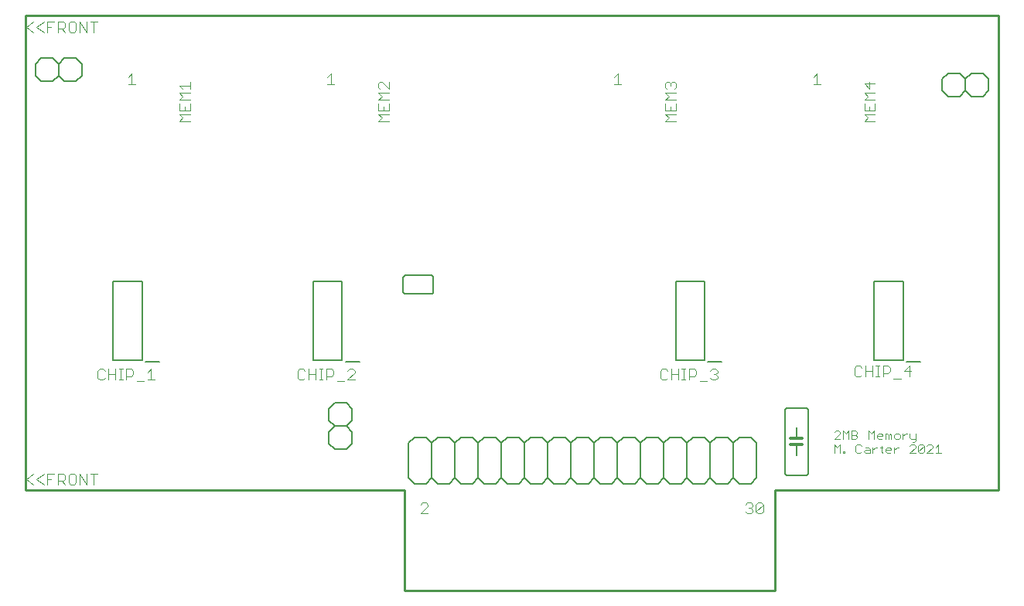
<source format=gto>
G75*
%MOIN*%
%OFA0B0*%
%FSLAX25Y25*%
%IPPOS*%
%LPD*%
%AMOC8*
5,1,8,0,0,1.08239X$1,22.5*
%
%ADD10C,0.01000*%
%ADD11C,0.00300*%
%ADD12C,0.01200*%
%ADD13C,0.00600*%
%ADD14C,0.00787*%
%ADD15C,0.00400*%
D10*
X0003000Y0050276D02*
X0003000Y0255000D01*
X0422291Y0255000D01*
X0422291Y0050276D01*
X0325835Y0050276D01*
X0325835Y0006969D01*
X0166386Y0006969D01*
X0166386Y0050276D01*
X0003000Y0050276D01*
D11*
X0351575Y0066174D02*
X0351575Y0069877D01*
X0352810Y0068642D01*
X0354044Y0069877D01*
X0354044Y0066174D01*
X0355258Y0066174D02*
X0355876Y0066174D01*
X0355876Y0066791D01*
X0355258Y0066791D01*
X0355258Y0066174D01*
X0360783Y0066791D02*
X0361400Y0066174D01*
X0362635Y0066174D01*
X0363252Y0066791D01*
X0364466Y0066791D02*
X0365083Y0067408D01*
X0366935Y0067408D01*
X0366935Y0068025D02*
X0366935Y0066174D01*
X0365083Y0066174D01*
X0364466Y0066791D01*
X0365083Y0068642D02*
X0366318Y0068642D01*
X0366935Y0068025D01*
X0368149Y0067408D02*
X0369384Y0068642D01*
X0370001Y0068642D01*
X0371219Y0068642D02*
X0372453Y0068642D01*
X0371836Y0069260D02*
X0371836Y0066791D01*
X0372453Y0066174D01*
X0373674Y0066791D02*
X0373674Y0068025D01*
X0374291Y0068642D01*
X0375526Y0068642D01*
X0376143Y0068025D01*
X0376143Y0067408D01*
X0373674Y0067408D01*
X0373674Y0066791D02*
X0374291Y0066174D01*
X0375526Y0066174D01*
X0377357Y0066174D02*
X0377357Y0068642D01*
X0377357Y0067408D02*
X0378592Y0068642D01*
X0379209Y0068642D01*
X0379209Y0072174D02*
X0377974Y0072174D01*
X0377357Y0072791D01*
X0377357Y0074025D01*
X0377974Y0074642D01*
X0379209Y0074642D01*
X0379826Y0074025D01*
X0379826Y0072791D01*
X0379209Y0072174D01*
X0381040Y0072174D02*
X0381040Y0074642D01*
X0381040Y0073408D02*
X0382275Y0074642D01*
X0382892Y0074642D01*
X0384110Y0074642D02*
X0384110Y0072791D01*
X0384727Y0072174D01*
X0386578Y0072174D01*
X0386578Y0071556D02*
X0385961Y0070939D01*
X0385344Y0070939D01*
X0384727Y0069877D02*
X0384110Y0069260D01*
X0384727Y0069877D02*
X0385961Y0069877D01*
X0386578Y0069260D01*
X0386578Y0068642D01*
X0384110Y0066174D01*
X0386578Y0066174D01*
X0387793Y0066791D02*
X0390262Y0069260D01*
X0390262Y0066791D01*
X0389644Y0066174D01*
X0388410Y0066174D01*
X0387793Y0066791D01*
X0387793Y0069260D01*
X0388410Y0069877D01*
X0389644Y0069877D01*
X0390262Y0069260D01*
X0391476Y0069260D02*
X0392093Y0069877D01*
X0393327Y0069877D01*
X0393945Y0069260D01*
X0393945Y0068642D01*
X0391476Y0066174D01*
X0393945Y0066174D01*
X0395159Y0066174D02*
X0397628Y0066174D01*
X0396393Y0066174D02*
X0396393Y0069877D01*
X0395159Y0068642D01*
X0386578Y0071556D02*
X0386578Y0074642D01*
X0376143Y0074025D02*
X0376143Y0072174D01*
X0374908Y0072174D02*
X0374908Y0074025D01*
X0375526Y0074642D01*
X0376143Y0074025D01*
X0374908Y0074025D02*
X0374291Y0074642D01*
X0373674Y0074642D01*
X0373674Y0072174D01*
X0372460Y0073408D02*
X0369991Y0073408D01*
X0369991Y0072791D02*
X0369991Y0074025D01*
X0370608Y0074642D01*
X0371842Y0074642D01*
X0372460Y0074025D01*
X0372460Y0073408D01*
X0371842Y0072174D02*
X0370608Y0072174D01*
X0369991Y0072791D01*
X0368777Y0072174D02*
X0368777Y0075877D01*
X0367542Y0074642D01*
X0366308Y0075877D01*
X0366308Y0072174D01*
X0368149Y0068642D02*
X0368149Y0066174D01*
X0363252Y0069260D02*
X0362635Y0069877D01*
X0361400Y0069877D01*
X0360783Y0069260D01*
X0360783Y0066791D01*
X0360793Y0072174D02*
X0358941Y0072174D01*
X0358941Y0075877D01*
X0360793Y0075877D01*
X0361410Y0075260D01*
X0361410Y0074642D01*
X0360793Y0074025D01*
X0358941Y0074025D01*
X0360793Y0074025D02*
X0361410Y0073408D01*
X0361410Y0072791D01*
X0360793Y0072174D01*
X0357727Y0072174D02*
X0357727Y0075877D01*
X0356493Y0074642D01*
X0355258Y0075877D01*
X0355258Y0072174D01*
X0354044Y0072174D02*
X0351575Y0072174D01*
X0354044Y0074642D01*
X0354044Y0075260D01*
X0353427Y0075877D01*
X0352192Y0075877D01*
X0351575Y0075260D01*
D12*
X0337823Y0072420D02*
X0335323Y0072420D01*
X0332823Y0072420D01*
X0332823Y0069920D02*
X0335323Y0069920D01*
X0337823Y0069920D01*
D13*
X0335323Y0069920D02*
X0335323Y0065220D01*
X0335323Y0072420D02*
X0335323Y0077220D01*
X0340323Y0084720D02*
X0340321Y0084780D01*
X0340316Y0084841D01*
X0340307Y0084900D01*
X0340294Y0084959D01*
X0340278Y0085018D01*
X0340258Y0085075D01*
X0340235Y0085130D01*
X0340208Y0085185D01*
X0340179Y0085237D01*
X0340146Y0085288D01*
X0340110Y0085337D01*
X0340072Y0085383D01*
X0340030Y0085427D01*
X0339986Y0085469D01*
X0339940Y0085507D01*
X0339891Y0085543D01*
X0339840Y0085576D01*
X0339788Y0085605D01*
X0339733Y0085632D01*
X0339678Y0085655D01*
X0339621Y0085675D01*
X0339562Y0085691D01*
X0339503Y0085704D01*
X0339444Y0085713D01*
X0339383Y0085718D01*
X0339323Y0085720D01*
X0331323Y0085720D01*
X0331263Y0085718D01*
X0331202Y0085713D01*
X0331143Y0085704D01*
X0331084Y0085691D01*
X0331025Y0085675D01*
X0330968Y0085655D01*
X0330913Y0085632D01*
X0330858Y0085605D01*
X0330806Y0085576D01*
X0330755Y0085543D01*
X0330706Y0085507D01*
X0330660Y0085469D01*
X0330616Y0085427D01*
X0330574Y0085383D01*
X0330536Y0085337D01*
X0330500Y0085288D01*
X0330467Y0085237D01*
X0330438Y0085185D01*
X0330411Y0085130D01*
X0330388Y0085075D01*
X0330368Y0085018D01*
X0330352Y0084959D01*
X0330339Y0084900D01*
X0330330Y0084841D01*
X0330325Y0084780D01*
X0330323Y0084720D01*
X0330323Y0057720D01*
X0330325Y0057660D01*
X0330330Y0057599D01*
X0330339Y0057540D01*
X0330352Y0057481D01*
X0330368Y0057422D01*
X0330388Y0057365D01*
X0330411Y0057310D01*
X0330438Y0057255D01*
X0330467Y0057203D01*
X0330500Y0057152D01*
X0330536Y0057103D01*
X0330574Y0057057D01*
X0330616Y0057013D01*
X0330660Y0056971D01*
X0330706Y0056933D01*
X0330755Y0056897D01*
X0330806Y0056864D01*
X0330858Y0056835D01*
X0330913Y0056808D01*
X0330968Y0056785D01*
X0331025Y0056765D01*
X0331084Y0056749D01*
X0331143Y0056736D01*
X0331202Y0056727D01*
X0331263Y0056722D01*
X0331323Y0056720D01*
X0339323Y0056720D01*
X0339383Y0056722D01*
X0339444Y0056727D01*
X0339503Y0056736D01*
X0339562Y0056749D01*
X0339621Y0056765D01*
X0339678Y0056785D01*
X0339733Y0056808D01*
X0339788Y0056835D01*
X0339840Y0056864D01*
X0339891Y0056897D01*
X0339940Y0056933D01*
X0339986Y0056971D01*
X0340030Y0057013D01*
X0340072Y0057057D01*
X0340110Y0057103D01*
X0340146Y0057152D01*
X0340179Y0057203D01*
X0340208Y0057255D01*
X0340235Y0057310D01*
X0340258Y0057365D01*
X0340278Y0057422D01*
X0340294Y0057481D01*
X0340307Y0057540D01*
X0340316Y0057599D01*
X0340321Y0057660D01*
X0340323Y0057720D01*
X0340323Y0084720D01*
X0318000Y0070531D02*
X0318000Y0055531D01*
X0315500Y0053031D01*
X0310500Y0053031D01*
X0308000Y0055531D01*
X0308000Y0070531D01*
X0310500Y0073031D01*
X0315500Y0073031D01*
X0318000Y0070531D01*
X0308000Y0070531D02*
X0305500Y0073031D01*
X0300500Y0073031D01*
X0298000Y0070531D01*
X0298000Y0055531D01*
X0295500Y0053031D01*
X0290500Y0053031D01*
X0288000Y0055531D01*
X0288000Y0070531D01*
X0290500Y0073031D01*
X0295500Y0073031D01*
X0298000Y0070531D01*
X0288000Y0070531D02*
X0285500Y0073031D01*
X0280500Y0073031D01*
X0278000Y0070531D01*
X0278000Y0055531D01*
X0275500Y0053031D01*
X0270500Y0053031D01*
X0268000Y0055531D01*
X0268000Y0070531D01*
X0270500Y0073031D01*
X0275500Y0073031D01*
X0278000Y0070531D01*
X0268000Y0070531D02*
X0265500Y0073031D01*
X0260500Y0073031D01*
X0258000Y0070531D01*
X0258000Y0055531D01*
X0255500Y0053031D01*
X0250500Y0053031D01*
X0248000Y0055531D01*
X0248000Y0070531D01*
X0250500Y0073031D01*
X0255500Y0073031D01*
X0258000Y0070531D01*
X0248000Y0070531D02*
X0245500Y0073031D01*
X0240500Y0073031D01*
X0238000Y0070531D01*
X0238000Y0055531D01*
X0235500Y0053031D01*
X0230500Y0053031D01*
X0228000Y0055531D01*
X0228000Y0070531D01*
X0230500Y0073031D01*
X0235500Y0073031D01*
X0238000Y0070531D01*
X0228000Y0070531D02*
X0225500Y0073031D01*
X0220500Y0073031D01*
X0218000Y0070531D01*
X0218000Y0055531D01*
X0220500Y0053031D01*
X0225500Y0053031D01*
X0228000Y0055531D01*
X0218000Y0055531D02*
X0215500Y0053031D01*
X0210500Y0053031D01*
X0208000Y0055531D01*
X0208000Y0070531D01*
X0210500Y0073031D01*
X0215500Y0073031D01*
X0218000Y0070531D01*
X0208000Y0070531D02*
X0205500Y0073031D01*
X0200500Y0073031D01*
X0198000Y0070531D01*
X0198000Y0055531D01*
X0200500Y0053031D01*
X0205500Y0053031D01*
X0208000Y0055531D01*
X0198000Y0055531D02*
X0195500Y0053031D01*
X0190500Y0053031D01*
X0188000Y0055531D01*
X0188000Y0070531D01*
X0190500Y0073031D01*
X0195500Y0073031D01*
X0198000Y0070531D01*
X0188000Y0070531D02*
X0185500Y0073031D01*
X0180500Y0073031D01*
X0178000Y0070531D01*
X0178000Y0055531D01*
X0180500Y0053031D01*
X0185500Y0053031D01*
X0188000Y0055531D01*
X0178000Y0055531D02*
X0175500Y0053031D01*
X0170500Y0053031D01*
X0168000Y0055531D01*
X0168000Y0070531D01*
X0170500Y0073031D01*
X0175500Y0073031D01*
X0178000Y0070531D01*
X0143669Y0070295D02*
X0141169Y0067795D01*
X0136169Y0067795D01*
X0133669Y0070295D01*
X0133669Y0075295D01*
X0136169Y0077795D01*
X0133669Y0080295D01*
X0133669Y0085295D01*
X0136169Y0087795D01*
X0141169Y0087795D01*
X0143669Y0085295D01*
X0143669Y0080295D01*
X0141169Y0077795D01*
X0143669Y0075295D01*
X0143669Y0070295D01*
X0141169Y0077795D02*
X0136169Y0077795D01*
X0238000Y0055531D02*
X0240500Y0053031D01*
X0245500Y0053031D01*
X0248000Y0055531D01*
X0258000Y0055531D02*
X0260500Y0053031D01*
X0265500Y0053031D01*
X0268000Y0055531D01*
X0278000Y0055531D02*
X0280500Y0053031D01*
X0285500Y0053031D01*
X0288000Y0055531D01*
X0298000Y0055531D02*
X0300500Y0053031D01*
X0305500Y0053031D01*
X0308000Y0055531D01*
X0177791Y0134858D02*
X0166791Y0134858D01*
X0166731Y0134860D01*
X0166670Y0134865D01*
X0166611Y0134874D01*
X0166552Y0134887D01*
X0166493Y0134903D01*
X0166436Y0134923D01*
X0166381Y0134946D01*
X0166326Y0134973D01*
X0166274Y0135002D01*
X0166223Y0135035D01*
X0166174Y0135071D01*
X0166128Y0135109D01*
X0166084Y0135151D01*
X0166042Y0135195D01*
X0166004Y0135241D01*
X0165968Y0135290D01*
X0165935Y0135341D01*
X0165906Y0135393D01*
X0165879Y0135448D01*
X0165856Y0135503D01*
X0165836Y0135560D01*
X0165820Y0135619D01*
X0165807Y0135678D01*
X0165798Y0135737D01*
X0165793Y0135798D01*
X0165791Y0135858D01*
X0165791Y0141858D01*
X0165793Y0141918D01*
X0165798Y0141979D01*
X0165807Y0142038D01*
X0165820Y0142097D01*
X0165836Y0142156D01*
X0165856Y0142213D01*
X0165879Y0142268D01*
X0165906Y0142323D01*
X0165935Y0142375D01*
X0165968Y0142426D01*
X0166004Y0142475D01*
X0166042Y0142521D01*
X0166084Y0142565D01*
X0166128Y0142607D01*
X0166174Y0142645D01*
X0166223Y0142681D01*
X0166274Y0142714D01*
X0166326Y0142743D01*
X0166381Y0142770D01*
X0166436Y0142793D01*
X0166493Y0142813D01*
X0166552Y0142829D01*
X0166611Y0142842D01*
X0166670Y0142851D01*
X0166731Y0142856D01*
X0166791Y0142858D01*
X0177791Y0142858D01*
X0177851Y0142856D01*
X0177912Y0142851D01*
X0177971Y0142842D01*
X0178030Y0142829D01*
X0178089Y0142813D01*
X0178146Y0142793D01*
X0178201Y0142770D01*
X0178256Y0142743D01*
X0178308Y0142714D01*
X0178359Y0142681D01*
X0178408Y0142645D01*
X0178454Y0142607D01*
X0178498Y0142565D01*
X0178540Y0142521D01*
X0178578Y0142475D01*
X0178614Y0142426D01*
X0178647Y0142375D01*
X0178676Y0142323D01*
X0178703Y0142268D01*
X0178726Y0142213D01*
X0178746Y0142156D01*
X0178762Y0142097D01*
X0178775Y0142038D01*
X0178784Y0141979D01*
X0178789Y0141918D01*
X0178791Y0141858D01*
X0178791Y0135858D01*
X0178789Y0135798D01*
X0178784Y0135737D01*
X0178775Y0135678D01*
X0178762Y0135619D01*
X0178746Y0135560D01*
X0178726Y0135503D01*
X0178703Y0135448D01*
X0178676Y0135393D01*
X0178647Y0135341D01*
X0178614Y0135290D01*
X0178578Y0135241D01*
X0178540Y0135195D01*
X0178498Y0135151D01*
X0178454Y0135109D01*
X0178408Y0135071D01*
X0178359Y0135035D01*
X0178308Y0135002D01*
X0178256Y0134973D01*
X0178201Y0134946D01*
X0178146Y0134923D01*
X0178089Y0134903D01*
X0178030Y0134887D01*
X0177971Y0134874D01*
X0177912Y0134865D01*
X0177851Y0134860D01*
X0177791Y0134858D01*
X0027252Y0229035D02*
X0024752Y0226535D01*
X0019752Y0226535D01*
X0017252Y0229035D01*
X0014752Y0226535D01*
X0009752Y0226535D01*
X0007252Y0229035D01*
X0007252Y0234035D01*
X0009752Y0236535D01*
X0014752Y0236535D01*
X0017252Y0234035D01*
X0019752Y0236535D01*
X0024752Y0236535D01*
X0027252Y0234035D01*
X0027252Y0229035D01*
X0017252Y0229035D02*
X0017252Y0234035D01*
X0398039Y0227421D02*
X0398039Y0222421D01*
X0400539Y0219921D01*
X0405539Y0219921D01*
X0408039Y0222421D01*
X0410539Y0219921D01*
X0415539Y0219921D01*
X0418039Y0222421D01*
X0418039Y0227421D01*
X0415539Y0229921D01*
X0410539Y0229921D01*
X0408039Y0227421D01*
X0408039Y0222421D01*
X0408039Y0227421D02*
X0405539Y0229921D01*
X0400539Y0229921D01*
X0398039Y0227421D01*
D14*
X0381346Y0140138D02*
X0368748Y0140138D01*
X0368748Y0106083D01*
X0381346Y0106083D01*
X0381346Y0140138D01*
X0382724Y0105453D02*
X0388728Y0105453D01*
X0303138Y0105531D02*
X0297134Y0105531D01*
X0295756Y0106161D02*
X0295756Y0140217D01*
X0283157Y0140217D01*
X0283157Y0106161D01*
X0295756Y0106161D01*
X0146839Y0105531D02*
X0140835Y0105531D01*
X0139457Y0106161D02*
X0139457Y0140217D01*
X0126858Y0140217D01*
X0126858Y0106161D01*
X0139457Y0106161D01*
X0060618Y0105531D02*
X0054614Y0105531D01*
X0053236Y0106161D02*
X0053236Y0140217D01*
X0040638Y0140217D01*
X0040638Y0106161D01*
X0053236Y0106161D01*
D15*
X0057112Y0102461D02*
X0057112Y0097857D01*
X0055577Y0097857D02*
X0058647Y0097857D01*
X0055577Y0100927D02*
X0057112Y0102461D01*
X0054043Y0097090D02*
X0050974Y0097090D01*
X0048672Y0099392D02*
X0046370Y0099392D01*
X0046370Y0097857D02*
X0046370Y0102461D01*
X0048672Y0102461D01*
X0049439Y0101694D01*
X0049439Y0100159D01*
X0048672Y0099392D01*
X0044835Y0097857D02*
X0043300Y0097857D01*
X0044068Y0097857D02*
X0044068Y0102461D01*
X0044835Y0102461D02*
X0043300Y0102461D01*
X0041766Y0102461D02*
X0041766Y0097857D01*
X0041766Y0100159D02*
X0038696Y0100159D01*
X0037162Y0098625D02*
X0036394Y0097857D01*
X0034860Y0097857D01*
X0034093Y0098625D01*
X0034093Y0101694D01*
X0034860Y0102461D01*
X0036394Y0102461D01*
X0037162Y0101694D01*
X0038696Y0102461D02*
X0038696Y0097857D01*
X0033893Y0057304D02*
X0030824Y0057304D01*
X0032358Y0057304D02*
X0032358Y0052700D01*
X0029289Y0052700D02*
X0029289Y0057304D01*
X0026220Y0057304D02*
X0029289Y0052700D01*
X0026220Y0052700D02*
X0026220Y0057304D01*
X0024685Y0056537D02*
X0023918Y0057304D01*
X0022383Y0057304D01*
X0021616Y0056537D01*
X0021616Y0053467D01*
X0022383Y0052700D01*
X0023918Y0052700D01*
X0024685Y0053467D01*
X0024685Y0056537D01*
X0020081Y0056537D02*
X0019314Y0057304D01*
X0017012Y0057304D01*
X0017012Y0052700D01*
X0017012Y0054235D02*
X0019314Y0054235D01*
X0020081Y0055002D01*
X0020081Y0056537D01*
X0018546Y0054235D02*
X0020081Y0052700D01*
X0015477Y0057304D02*
X0012408Y0057304D01*
X0012408Y0052700D01*
X0010873Y0052700D02*
X0007804Y0055002D01*
X0010873Y0057304D01*
X0012408Y0055002D02*
X0013942Y0055002D01*
X0006269Y0057304D02*
X0003200Y0055002D01*
X0006269Y0052700D01*
X0120313Y0098625D02*
X0121080Y0097857D01*
X0122615Y0097857D01*
X0123382Y0098625D01*
X0124917Y0097857D02*
X0124917Y0102461D01*
X0123382Y0101694D02*
X0122615Y0102461D01*
X0121080Y0102461D01*
X0120313Y0101694D01*
X0120313Y0098625D01*
X0124917Y0100159D02*
X0127986Y0100159D01*
X0127986Y0102461D02*
X0127986Y0097857D01*
X0129521Y0097857D02*
X0131055Y0097857D01*
X0130288Y0097857D02*
X0130288Y0102461D01*
X0129521Y0102461D02*
X0131055Y0102461D01*
X0132590Y0102461D02*
X0134892Y0102461D01*
X0135659Y0101694D01*
X0135659Y0100159D01*
X0134892Y0099392D01*
X0132590Y0099392D01*
X0132590Y0097857D02*
X0132590Y0102461D01*
X0137194Y0097090D02*
X0140263Y0097090D01*
X0141798Y0097857D02*
X0144867Y0100927D01*
X0144867Y0101694D01*
X0144100Y0102461D01*
X0142565Y0102461D01*
X0141798Y0101694D01*
X0141798Y0097857D02*
X0144867Y0097857D01*
X0173967Y0044804D02*
X0173200Y0044037D01*
X0173967Y0044804D02*
X0175502Y0044804D01*
X0176269Y0044037D01*
X0176269Y0043269D01*
X0173200Y0040200D01*
X0176269Y0040200D01*
X0276612Y0098625D02*
X0277380Y0097857D01*
X0278914Y0097857D01*
X0279681Y0098625D01*
X0281216Y0097857D02*
X0281216Y0102461D01*
X0279681Y0101694D02*
X0278914Y0102461D01*
X0277380Y0102461D01*
X0276612Y0101694D01*
X0276612Y0098625D01*
X0281216Y0100159D02*
X0284285Y0100159D01*
X0284285Y0102461D02*
X0284285Y0097857D01*
X0285820Y0097857D02*
X0287355Y0097857D01*
X0286587Y0097857D02*
X0286587Y0102461D01*
X0285820Y0102461D02*
X0287355Y0102461D01*
X0288889Y0102461D02*
X0291191Y0102461D01*
X0291959Y0101694D01*
X0291959Y0100159D01*
X0291191Y0099392D01*
X0288889Y0099392D01*
X0288889Y0097857D02*
X0288889Y0102461D01*
X0293493Y0097090D02*
X0296563Y0097090D01*
X0298097Y0098625D02*
X0298864Y0097857D01*
X0300399Y0097857D01*
X0301166Y0098625D01*
X0301166Y0099392D01*
X0300399Y0100159D01*
X0299632Y0100159D01*
X0300399Y0100159D02*
X0301166Y0100927D01*
X0301166Y0101694D01*
X0300399Y0102461D01*
X0298864Y0102461D01*
X0298097Y0101694D01*
X0360234Y0102993D02*
X0360234Y0099924D01*
X0361002Y0099157D01*
X0362536Y0099157D01*
X0363304Y0099924D01*
X0364838Y0099157D02*
X0364838Y0103761D01*
X0363304Y0102993D02*
X0362536Y0103761D01*
X0361002Y0103761D01*
X0360234Y0102993D01*
X0364838Y0101459D02*
X0367907Y0101459D01*
X0367907Y0103761D02*
X0367907Y0099157D01*
X0369442Y0099157D02*
X0370977Y0099157D01*
X0370209Y0099157D02*
X0370209Y0103761D01*
X0369442Y0103761D02*
X0370977Y0103761D01*
X0372511Y0103761D02*
X0374813Y0103761D01*
X0375581Y0102993D01*
X0375581Y0101459D01*
X0374813Y0100691D01*
X0372511Y0100691D01*
X0372511Y0099157D02*
X0372511Y0103761D01*
X0377115Y0098389D02*
X0380185Y0098389D01*
X0384021Y0099157D02*
X0384021Y0103761D01*
X0381719Y0101459D01*
X0384789Y0101459D01*
X0320873Y0044037D02*
X0320106Y0044804D01*
X0318571Y0044804D01*
X0317804Y0044037D01*
X0317804Y0040967D01*
X0320873Y0044037D01*
X0320873Y0040967D01*
X0320106Y0040200D01*
X0318571Y0040200D01*
X0317804Y0040967D01*
X0316269Y0040967D02*
X0315502Y0040200D01*
X0313967Y0040200D01*
X0313200Y0040967D01*
X0314735Y0042502D02*
X0315502Y0042502D01*
X0316269Y0041735D01*
X0316269Y0040967D01*
X0315502Y0042502D02*
X0316269Y0043269D01*
X0316269Y0044037D01*
X0315502Y0044804D01*
X0313967Y0044804D01*
X0313200Y0044037D01*
X0283272Y0209324D02*
X0278669Y0209324D01*
X0280203Y0210858D01*
X0278669Y0212393D01*
X0283272Y0212393D01*
X0283272Y0213928D02*
X0278669Y0213928D01*
X0278669Y0216997D01*
X0278669Y0218531D02*
X0280203Y0220066D01*
X0278669Y0221601D01*
X0283272Y0221601D01*
X0282505Y0223135D02*
X0283272Y0223903D01*
X0283272Y0225437D01*
X0282505Y0226205D01*
X0281738Y0226205D01*
X0280970Y0225437D01*
X0280970Y0224670D01*
X0280970Y0225437D02*
X0280203Y0226205D01*
X0279436Y0226205D01*
X0278669Y0225437D01*
X0278669Y0223903D01*
X0279436Y0223135D01*
X0278669Y0218531D02*
X0283272Y0218531D01*
X0283272Y0216997D02*
X0283272Y0213928D01*
X0280970Y0213928D02*
X0280970Y0215462D01*
X0259773Y0225239D02*
X0256704Y0225239D01*
X0258238Y0225239D02*
X0258238Y0229843D01*
X0256704Y0228309D01*
X0342530Y0228309D02*
X0344065Y0229843D01*
X0344065Y0225239D01*
X0342530Y0225239D02*
X0345600Y0225239D01*
X0364495Y0225437D02*
X0366797Y0223135D01*
X0366797Y0226205D01*
X0369099Y0225437D02*
X0364495Y0225437D01*
X0364495Y0221601D02*
X0369099Y0221601D01*
X0369099Y0218531D02*
X0364495Y0218531D01*
X0366030Y0220066D01*
X0364495Y0221601D01*
X0364495Y0216997D02*
X0364495Y0213928D01*
X0369099Y0213928D01*
X0369099Y0216997D01*
X0366797Y0215462D02*
X0366797Y0213928D01*
X0364495Y0212393D02*
X0369099Y0212393D01*
X0369099Y0209324D02*
X0364495Y0209324D01*
X0366030Y0210858D01*
X0364495Y0212393D01*
X0159650Y0212393D02*
X0155046Y0212393D01*
X0156581Y0210858D01*
X0155046Y0209324D01*
X0159650Y0209324D01*
X0159650Y0213928D02*
X0155046Y0213928D01*
X0155046Y0216997D01*
X0155046Y0218531D02*
X0156581Y0220066D01*
X0155046Y0221601D01*
X0159650Y0221601D01*
X0159650Y0223135D02*
X0156581Y0226205D01*
X0155814Y0226205D01*
X0155046Y0225437D01*
X0155046Y0223903D01*
X0155814Y0223135D01*
X0159650Y0223135D02*
X0159650Y0226205D01*
X0159650Y0218531D02*
X0155046Y0218531D01*
X0159650Y0216997D02*
X0159650Y0213928D01*
X0157348Y0213928D02*
X0157348Y0215462D01*
X0136151Y0225239D02*
X0133081Y0225239D01*
X0134616Y0225239D02*
X0134616Y0229843D01*
X0133081Y0228309D01*
X0073824Y0226205D02*
X0073824Y0223135D01*
X0073824Y0221601D02*
X0069220Y0221601D01*
X0070754Y0220066D01*
X0069220Y0218531D01*
X0073824Y0218531D01*
X0073824Y0216997D02*
X0073824Y0213928D01*
X0069220Y0213928D01*
X0069220Y0216997D01*
X0071522Y0215462D02*
X0071522Y0213928D01*
X0069220Y0212393D02*
X0073824Y0212393D01*
X0073824Y0209324D02*
X0069220Y0209324D01*
X0070754Y0210858D01*
X0069220Y0212393D01*
X0070754Y0223135D02*
X0069220Y0224670D01*
X0073824Y0224670D01*
X0050324Y0225239D02*
X0047255Y0225239D01*
X0048789Y0225239D02*
X0048789Y0229843D01*
X0047255Y0228309D01*
X0032358Y0247700D02*
X0032358Y0252304D01*
X0030824Y0252304D02*
X0033893Y0252304D01*
X0029289Y0252304D02*
X0029289Y0247700D01*
X0026220Y0252304D01*
X0026220Y0247700D01*
X0024685Y0248467D02*
X0024685Y0251537D01*
X0023918Y0252304D01*
X0022383Y0252304D01*
X0021616Y0251537D01*
X0021616Y0248467D01*
X0022383Y0247700D01*
X0023918Y0247700D01*
X0024685Y0248467D01*
X0020081Y0247700D02*
X0018546Y0249235D01*
X0019314Y0249235D02*
X0017012Y0249235D01*
X0017012Y0247700D02*
X0017012Y0252304D01*
X0019314Y0252304D01*
X0020081Y0251537D01*
X0020081Y0250002D01*
X0019314Y0249235D01*
X0015477Y0252304D02*
X0012408Y0252304D01*
X0012408Y0247700D01*
X0010873Y0247700D02*
X0007804Y0250002D01*
X0010873Y0252304D01*
X0012408Y0250002D02*
X0013942Y0250002D01*
X0006269Y0252304D02*
X0003200Y0250002D01*
X0006269Y0247700D01*
M02*

</source>
